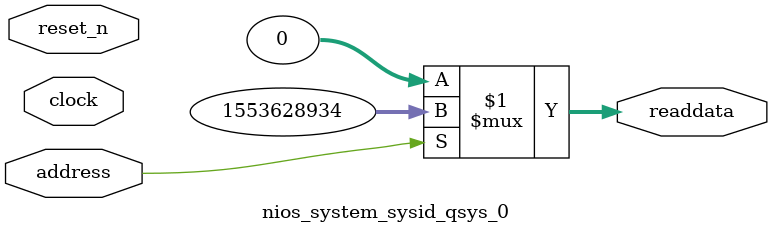
<source format=v>



// synthesis translate_off
`timescale 1ns / 1ps
// synthesis translate_on

// turn off superfluous verilog processor warnings 
// altera message_level Level1 
// altera message_off 10034 10035 10036 10037 10230 10240 10030 

module nios_system_sysid_qsys_0 (
               // inputs:
                address,
                clock,
                reset_n,

               // outputs:
                readdata
             )
;

  output  [ 31: 0] readdata;
  input            address;
  input            clock;
  input            reset_n;

  wire    [ 31: 0] readdata;
  //control_slave, which is an e_avalon_slave
  assign readdata = address ? 1553628934 : 0;

endmodule



</source>
